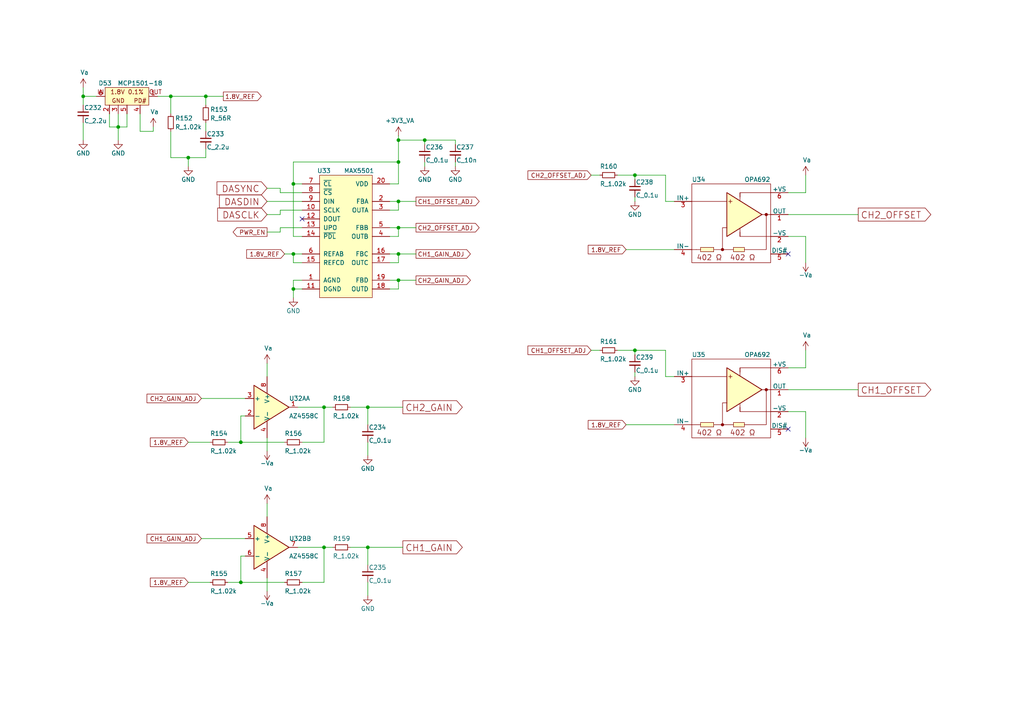
<source format=kicad_sch>
(kicad_sch (version 20250114) (generator "eeschema") (generator_version "9.0")
  (paper "A4")
  (title_block (rev "v2") (comment 1 "Copyright Dejan Priversek 2017"))
  (lib_symbols
    (symbol "GND_1" (power) (pin_names (offset 0))
      (property "Value" "GND" (at 0 -3.81 0))
      (symbol "GND_1_0_1"
        (polyline (pts (xy 0 0) (xy 0 -1.27) (xy 1.27 -1.27) (xy 0 -2.54) (xy -1.27 -1.27) (xy 0 -1.27)))
      )
      (symbol "GND_1_1_1"
        (pin power_in line (at 0 0 270) (length 0) (hide yes) (name "GND") (number "1"))
      )
    )
    (symbol "GND_10" (power) (pin_names (offset 0))
      (property "Value" "GND" (at 0 -3.81 0))
      (symbol "GND_10_0_1"
        (polyline (pts (xy 0 0) (xy 0 -1.27) (xy 1.27 -1.27) (xy 0 -2.54) (xy -1.27 -1.27) (xy 0 -1.27)))
      )
      (symbol "GND_10_1_1"
        (pin power_in line (at 0 0 270) (length 0) (hide yes) (name "GND") (number "1"))
      )
    )
    (symbol "GND_11" (power) (pin_names (offset 0))
      (property "Value" "GND" (at 0 -3.81 0))
      (symbol "GND_11_0_1"
        (polyline (pts (xy 0 0) (xy 0 -1.27) (xy 1.27 -1.27) (xy 0 -2.54) (xy -1.27 -1.27) (xy 0 -1.27)))
      )
      (symbol "GND_11_1_1"
        (pin power_in line (at 0 0 270) (length 0) (hide yes) (name "GND") (number "1"))
      )
    )
    (symbol "GND_12" (power) (pin_names (offset 0))
      (property "Value" "GND" (at 0 -3.81 0))
      (symbol "GND_12_0_1"
        (polyline (pts (xy 0 0) (xy 0 -1.27) (xy 1.27 -1.27) (xy 0 -2.54) (xy -1.27 -1.27) (xy 0 -1.27)))
      )
      (symbol "GND_12_1_1"
        (pin power_in line (at 0 0 270) (length 0) (hide yes) (name "GND") (number "1"))
      )
    )
    (symbol "GND_13" (power) (pin_names (offset 0))
      (property "Value" "GND" (at 0 -3.81 0))
      (symbol "GND_13_0_1"
        (polyline (pts (xy 0 0) (xy 0 -1.27) (xy 1.27 -1.27) (xy 0 -2.54) (xy -1.27 -1.27) (xy 0 -1.27)))
      )
      (symbol "GND_13_1_1"
        (pin power_in line (at 0 0 270) (length 0) (hide yes) (name "GND") (number "1"))
      )
    )
    (symbol "GND_14" (power) (pin_names (offset 0))
      (property "Value" "GND" (at 0 -3.81 0))
      (symbol "GND_14_0_1"
        (polyline (pts (xy 0 0) (xy 0 -1.27) (xy 1.27 -1.27) (xy 0 -2.54) (xy -1.27 -1.27) (xy 0 -1.27)))
      )
      (symbol "GND_14_1_1"
        (pin power_in line (at 0 0 270) (length 0) (hide yes) (name "GND") (number "1"))
      )
    )
    (symbol "GND_15" (power) (pin_names (offset 0))
      (property "Value" "GND" (at 0 -3.81 0))
      (symbol "GND_15_0_1"
        (polyline (pts (xy 0 0) (xy 0 -1.27) (xy 1.27 -1.27) (xy 0 -2.54) (xy -1.27 -1.27) (xy 0 -1.27)))
      )
      (symbol "GND_15_1_1"
        (pin power_in line (at 0 0 270) (length 0) (hide yes) (name "GND") (number "1"))
      )
    )
    (symbol "GND_16" (power) (pin_names (offset 0))
      (property "Value" "GND" (at 0 -3.81 0))
      (symbol "GND_16_0_1"
        (polyline (pts (xy 0 0) (xy 0 -1.27) (xy 1.27 -1.27) (xy 0 -2.54) (xy -1.27 -1.27) (xy 0 -1.27)))
      )
      (symbol "GND_16_1_1"
        (pin power_in line (at 0 0 270) (length 0) (hide yes) (name "GND") (number "1"))
      )
    )
    (symbol "GND_17" (power) (pin_names (offset 0))
      (property "Value" "GND" (at 0 -3.81 0))
      (symbol "GND_17_0_1"
        (polyline (pts (xy 0 0) (xy 0 -1.27) (xy 1.27 -1.27) (xy 0 -2.54) (xy -1.27 -1.27) (xy 0 -1.27)))
      )
      (symbol "GND_17_1_1"
        (pin power_in line (at 0 0 270) (length 0) (hide yes) (name "GND") (number "1"))
      )
    )
    (symbol "GND_18" (power) (pin_names (offset 0))
      (property "Value" "GND" (at 0 -3.81 0))
      (symbol "GND_18_0_1"
        (polyline (pts (xy 0 0) (xy 0 -1.27) (xy 1.27 -1.27) (xy 0 -2.54) (xy -1.27 -1.27) (xy 0 -1.27)))
      )
      (symbol "GND_18_1_1"
        (pin power_in line (at 0 0 270) (length 0) (hide yes) (name "GND") (number "1"))
      )
    )
    (symbol "GND_19" (power) (pin_names (offset 0))
      (property "Value" "GND" (at 0 -3.81 0))
      (symbol "GND_19_0_1"
        (polyline (pts (xy 0 0) (xy 0 -1.27) (xy 1.27 -1.27) (xy 0 -2.54) (xy -1.27 -1.27) (xy 0 -1.27)))
      )
      (symbol "GND_19_1_1"
        (pin power_in line (at 0 0 270) (length 0) (hide yes) (name "GND") (number "1"))
      )
    )
    (symbol "GND_2" (power) (pin_names (offset 0))
      (property "Value" "GND" (at 0 -3.81 0))
      (symbol "GND_2_0_1"
        (polyline (pts (xy 0 0) (xy 0 -1.27) (xy 1.27 -1.27) (xy 0 -2.54) (xy -1.27 -1.27) (xy 0 -1.27)))
      )
      (symbol "GND_2_1_1"
        (pin power_in line (at 0 0 270) (length 0) (hide yes) (name "GND") (number "1"))
      )
    )
    (symbol "GND_20" (power) (pin_names (offset 0))
      (property "Value" "GND" (at 0 -3.81 0))
      (symbol "GND_20_0_1"
        (polyline (pts (xy 0 0) (xy 0 -1.27) (xy 1.27 -1.27) (xy 0 -2.54) (xy -1.27 -1.27) (xy 0 -1.27)))
      )
      (symbol "GND_20_1_1"
        (pin power_in line (at 0 0 270) (length 0) (hide yes) (name "GND") (number "1"))
      )
    )
    (symbol "GND_3" (power) (pin_names (offset 0))
      (property "Value" "GND" (at 0 -3.81 0))
      (symbol "GND_3_0_1"
        (polyline (pts (xy 0 0) (xy 0 -1.27) (xy 1.27 -1.27) (xy 0 -2.54) (xy -1.27 -1.27) (xy 0 -1.27)))
      )
      (symbol "GND_3_1_1"
        (pin power_in line (at 0 0 270) (length 0) (hide yes) (name "GND") (number "1"))
      )
    )
    (symbol "GND_4" (power) (pin_names (offset 0))
      (property "Value" "GND" (at 0 -3.81 0))
      (symbol "GND_4_0_1"
        (polyline (pts (xy 0 0) (xy 0 -1.27) (xy 1.27 -1.27) (xy 0 -2.54) (xy -1.27 -1.27) (xy 0 -1.27)))
      )
      (symbol "GND_4_1_1"
        (pin power_in line (at 0 0 270) (length 0) (hide yes) (name "GND") (number "1"))
      )
    )
    (symbol "GND_5" (power) (pin_names (offset 0))
      (property "Value" "GND" (at 0 -3.81 0))
      (symbol "GND_5_0_1"
        (polyline (pts (xy 0 0) (xy 0 -1.27) (xy 1.27 -1.27) (xy 0 -2.54) (xy -1.27 -1.27) (xy 0 -1.27)))
      )
      (symbol "GND_5_1_1"
        (pin power_in line (at 0 0 270) (length 0) (hide yes) (name "GND") (number "1"))
      )
    )
    (symbol "GND_6" (power) (pin_names (offset 0))
      (property "Value" "GND" (at 0 -3.81 0))
      (symbol "GND_6_0_1"
        (polyline (pts (xy 0 0) (xy 0 -1.27) (xy 1.27 -1.27) (xy 0 -2.54) (xy -1.27 -1.27) (xy 0 -1.27)))
      )
      (symbol "GND_6_1_1"
        (pin power_in line (at 0 0 270) (length 0) (hide yes) (name "GND") (number "1"))
      )
    )
    (symbol "GND_7" (power) (pin_names (offset 0))
      (property "Value" "GND" (at 0 -3.81 0))
      (symbol "GND_7_0_1"
        (polyline (pts (xy 0 0) (xy 0 -1.27) (xy 1.27 -1.27) (xy 0 -2.54) (xy -1.27 -1.27) (xy 0 -1.27)))
      )
      (symbol "GND_7_1_1"
        (pin power_in line (at 0 0 270) (length 0) (hide yes) (name "GND") (number "1"))
      )
    )
    (symbol "GND_8" (power) (pin_names (offset 0))
      (property "Value" "GND" (at 0 -3.81 0))
      (symbol "GND_8_0_1"
        (polyline (pts (xy 0 0) (xy 0 -1.27) (xy 1.27 -1.27) (xy 0 -2.54) (xy -1.27 -1.27) (xy 0 -1.27)))
      )
      (symbol "GND_8_1_1"
        (pin power_in line (at 0 0 270) (length 0) (hide yes) (name "GND") (number "1"))
      )
    )
    (symbol "GND_9" (power) (pin_names (offset 0))
      (property "Value" "GND" (at 0 -3.81 0))
      (symbol "GND_9_0_1"
        (polyline (pts (xy 0 0) (xy 0 -1.27) (xy 1.27 -1.27) (xy 0 -2.54) (xy -1.27 -1.27) (xy 0 -1.27)))
      )
      (symbol "GND_9_1_1"
        (pin power_in line (at 0 0 270) (length 0) (hide yes) (name "GND") (number "1"))
      )
    )
    (symbol "ScopefunParts:+3.3V_VA" (power) (pin_names (offset 0))
      (property "Value" "+3.3V_VA" (at 0 3.556 0))
      (symbol "+3.3V_VA_0_1"
        (polyline (pts (xy -0.762 1.27) (xy 0 2.54)))
        (polyline (pts (xy 0 2.54) (xy 0.762 1.27)))
        (polyline (pts (xy 0 0) (xy 0 2.54)))
      )
      (symbol "+3.3V_VA_1_1"
        (pin power_in line (at 0 0 90) (length 0) (hide yes) (name "+3V3_VA") (number "1"))
      )
    )
    (symbol "ScopefunParts:+Va" (power) (pin_names (offset 0))
      (property "Value" "+Va" (at 0 3.556 0))
      (symbol "+Va_0_1"
        (polyline (pts (xy -0.762 1.27) (xy 0 2.54)))
        (polyline (pts (xy 0 2.54) (xy 0.762 1.27)))
        (polyline (pts (xy 0 0) (xy 0 2.54)))
      )
      (symbol "+Va_1_1"
        (pin power_in line (at 0 0 90) (length 0) (hide yes) (name "Va") (number "1"))
      )
    )
    (symbol "ScopefunParts:-Va" (power) (pin_names (offset 0))
      (property "Value" "-Va" (at 0 3.556 0))
      (symbol "-Va_0_1"
        (polyline (pts (xy -0.762 1.27) (xy 0 2.54)))
        (polyline (pts (xy 0 2.54) (xy 0.762 1.27)))
        (polyline (pts (xy 0 0) (xy 0 2.54)))
      )
      (symbol "-Va_1_1"
        (pin power_in line (at 0 0 90) (length 0) (hide yes) (name "-Va") (number "1"))
      )
    )
    (symbol "ScopefunParts:AZ4558C" (pin_names (offset 0.127))
      (property "Reference" "U" (at 5.08 2.54 0))
      (property "Value" "AZ4558C" (at 5.08 -2.54 0))
      (symbol "AZ4558C_0_1"
        (polyline (pts (xy 5.08 0) (xy -5.08 6.35) (xy -5.08 -6.35) (xy 5.08 0)) (stroke (width 0.254)) (fill (type background)))
        (pin power_in line (at -1.27 8.89 270) (length 4.826) (name "V+") (number "8"))
        (pin power_in line (at -1.27 -8.89 90) (length 4.826) (name "V-") (number "4"))
      )
      (symbol "AZ4558C_1_1"
        (pin input line (at -7.62 2.54 0) (length 2.54) (name "+") (number "3"))
        (pin input line (at -7.62 -2.54 0) (length 2.54) (name "-") (number "2"))
        (pin output line (at 7.62 0 180) (length 2.54) (name "~") (number "1"))
      )
      (symbol "AZ4558C_2_1"
        (pin input line (at -7.62 2.54 0) (length 2.54) (name "+") (number "5"))
        (pin input line (at -7.62 -2.54 0) (length 2.54) (name "-") (number "6"))
        (pin output line (at 7.62 0 180) (length 2.54) (name "~") (number "7"))
      )
    )
    (symbol "ScopefunParts:C_0.1u" (pin_numbers (hide yes)) (pin_names (offset 0.254) (hide yes))
      (property "Reference" "C" (at 0.254 1.778 0))
      (property "Value" "C_0.1u" (at 0.254 -2.032 0))
      (symbol "C_0.1u_0_1"
        (polyline (pts (xy -1.524 0.508) (xy 1.524 0.508)) (stroke (width 0.3048)))
        (polyline (pts (xy -1.524 -0.508) (xy 1.524 -0.508)) (stroke (width 0.3302)))
      )
      (symbol "C_0.1u_1_1"
        (pin passive line (at 0 2.54 270) (length 1.905) (name "~") (number "1"))
        (pin passive line (at 0 -2.54 90) (length 2.032) (name "~") (number "2"))
      )
    )
    (symbol "ScopefunParts:C_10n_0402" (pin_numbers (hide yes)) (pin_names (offset 0.254) (hide yes))
      (property "Reference" "C" (at 0.254 1.778 0))
      (property "Value" "C_10n_0402" (at 0.254 -2.032 0))
      (symbol "C_10n_0402_0_1"
        (polyline (pts (xy -1.524 0.508) (xy 1.524 0.508)) (stroke (width 0.3048)))
        (polyline (pts (xy -1.524 -0.508) (xy 1.524 -0.508)) (stroke (width 0.3302)))
      )
      (symbol "C_10n_0402_1_1"
        (pin passive line (at 0 2.54 270) (length 1.905) (name "~") (number "1"))
        (pin passive line (at 0 -2.54 90) (length 2.032) (name "~") (number "2"))
      )
    )
    (symbol "ScopefunParts:C_2.2u" (pin_numbers (hide yes)) (pin_names (offset 0.254) (hide yes))
      (property "Reference" "C" (at 0.254 1.778 0))
      (property "Value" "C_2.2u" (at 0.254 -2.032 0))
      (symbol "C_2.2u_0_1"
        (polyline (pts (xy -1.524 0.508) (xy 1.524 0.508)) (stroke (width 0.3048)))
        (polyline (pts (xy -1.524 -0.508) (xy 1.524 -0.508)) (stroke (width 0.3302)))
      )
      (symbol "C_2.2u_1_1"
        (pin passive line (at 0 2.54 270) (length 1.905) (name "~") (number "1"))
        (pin passive line (at 0 -2.54 90) (length 2.032) (name "~") (number "2"))
      )
    )
    (symbol "ScopefunParts:MAX5501" (pin_names (offset 1.016))
      (property "Reference" "U" (at -6.35 16.51 0))
      (property "Value" "MAX5501" (at 3.81 16.51 0))
      (symbol "MAX5501_0_1"
        (rectangle (start -7.62 -20.32) (end 7.62 15.24) (fill (type background)))
      )
      (symbol "MAX5501_1_1"
        (pin input line (at -12.7 12.7 0) (length 5.08) (name "~{CL}") (number "7"))
        (pin input line (at -12.7 10.16 0) (length 5.08) (name "~{CS}") (number "8"))
        (pin input line (at -12.7 7.62 0) (length 5.08) (name "DIN") (number "9"))
        (pin input line (at -12.7 5.08 0) (length 5.08) (name "SCLK") (number "10"))
        (pin output line (at -12.7 2.54 0) (length 5.08) (name "DOUT") (number "12"))
        (pin output line (at -12.7 0 0) (length 5.08) (name "UPO") (number "13"))
        (pin input line (at -12.7 -2.54 0) (length 5.08) (name "~{PDL}") (number "14"))
        (pin input line (at -12.7 -7.62 0) (length 5.08) (name "REFAB") (number "6"))
        (pin input line (at -12.7 -10.16 0) (length 5.08) (name "REFCD") (number "15"))
        (pin power_in line (at -12.7 -15.24 0) (length 5.08) (name "AGND") (number "1"))
        (pin power_in line (at -12.7 -17.78 0) (length 5.08) (name "DGND") (number "11"))
        (pin power_in line (at 12.7 12.7 180) (length 5.08) (name "VDD") (number "20"))
        (pin input line (at 12.7 7.62 180) (length 5.08) (name "FBA") (number "2"))
        (pin output line (at 12.7 5.08 180) (length 5.08) (name "OUTA") (number "3"))
        (pin input line (at 12.7 0 180) (length 5.08) (name "FBB") (number "5"))
        (pin output line (at 12.7 -2.54 180) (length 5.08) (name "OUTB") (number "4"))
        (pin input line (at 12.7 -7.62 180) (length 5.08) (name "FBC") (number "16"))
        (pin output line (at 12.7 -10.16 180) (length 5.08) (name "OUTC") (number "17"))
        (pin input line (at 12.7 -15.24 180) (length 5.08) (name "FBD") (number "19"))
        (pin output line (at 12.7 -17.78 180) (length 5.08) (name "OUTD") (number "18"))
      )
    )
    (symbol "ScopefunParts:MCP1501-18" (pin_names (offset 0) (hide yes))
      (property "Reference" "D" (at -6.35 3.81 0))
      (property "Value" "MCP1501-18" (at 3.81 3.81 0))
      (symbol "MCP1501-18_0_0"
        (text "IN" (at -7.62 1.27 0) (effects (font (size 1.27 1.27))))
        (text "GND" (at -2.54 -1.27 0) (effects (font (size 1.1938 1.1938))))
        (text "1.8V 0.1%" (at 0 1.27 0) (effects (font (size 1.27 1.27))))
        (text "PD#" (at 3.81 -1.27 0) (effects (font (size 1.1938 1.1938))))
        (text "OUT" (at 6.35 1.27 0) (effects (font (size 1.27 1.27)) (justify left)))
      )
      (symbol "MCP1501-18_0_1"
        (rectangle (start -6.35 2.54) (end 6.35 -2.54) (fill (type background)))
      )
      (symbol "MCP1501-18_1_1"
        (pin power_in line (at -8.89 0 0) (length 2.54) (name "VDD") (number "6"))
        (pin power_in line (at -5.08 -5.08 90) (length 2.54) (name "GND") (number "2"))
        (pin power_in line (at -2.54 -5.08 90) (length 2.54) (name "GND") (number "3"))
        (pin power_in line (at 0 -5.08 90) (length 2.54) (name "GND") (number "5"))
        (pin power_in line (at 3.81 -5.08 90) (length 2.54) (name "SHDN#") (number "4"))
        (pin output line (at 8.89 0 180) (length 2.54) (name "OUT") (number "1"))
      )
    )
    (symbol "ScopefunParts:OPA692" (pin_names (offset 0))
      (property "Reference" "U" (at -10.16 11.43 0))
      (property "Value" "OPA692" (at 5.08 11.43 0))
      (symbol "OPA692_0_0"
        (rectangle (start -7.62 -8.255) (end -3.81 -9.525) (fill (type background)))
        (circle (center -1.27 -8.89) (radius 0.381) (fill (type outline)))
        (polyline (pts (xy 0.508 5.08) (xy 1.524 5.08)))
        (polyline (pts (xy 1.016 5.588) (xy 1.016 4.572)))
        (rectangle (start 1.905 -8.255) (end 5.08 -9.525) (fill (type background)))
        (polyline (pts (xy 3.81 7.62) (xy 3.81 5.334)))
        (polyline (pts (xy 3.81 -2.667) (xy 3.81 -5.08)))
        (polyline (pts (xy 5.08 -8.89) (xy 11.43 -8.89) (xy 11.43 1.27) (xy 10.16 1.27) (xy 12.7 1.27)))
        (circle (center 11.43 1.27) (radius 0.381) (fill (type outline)))
        (rectangle (start 12.7 10.16) (end -10.16 -12.7))
        (polyline (pts (xy 12.7 7.62) (xy 3.81 7.62) (xy 3.81 6.35)))
        (polyline (pts (xy 12.7 -5.08) (xy 3.81 -5.08) (xy 3.81 -3.81)))
        (text "402 Ω" (at -5.08 -11.176 0) (effects (font (size 1.524 1.524))))
        (text "402 Ω" (at 4.572 -11.176 0) (effects (font (size 1.524 1.524))))
      )
      (symbol "OPA692_0_1"
        (polyline (pts (xy -8.89 -8.89) (xy -10.16 -8.89)))
        (polyline (pts (xy -7.62 -8.89) (xy -8.89 -8.89)))
        (polyline (pts (xy -1.27 -8.89) (xy -3.81 -8.89)))
        (polyline (pts (xy -1.27 -8.89) (xy 1.905 -8.89)))
        (polyline (pts (xy -1.27 -8.89) (xy -1.27 -2.54) (xy 0 -2.54)))
        (polyline (pts (xy 0 5.08) (xy -10.16 5.08)))
        (polyline (pts (xy 10.16 1.27) (xy 0 7.62) (xy 0 -5.08) (xy 10.16 1.27)) (stroke (width 0.254)) (fill (type background)))
      )
      (symbol "OPA692_1_1"
        (pin input line (at -15.24 5.08 0) (length 5.08) (name "IN+") (number "3"))
        (pin input line (at -15.24 -8.89 0) (length 5.08) (name "IN-") (number "4"))
        (pin power_in line (at 17.78 7.62 180) (length 5.08) (name "+VS") (number "6"))
        (pin output line (at 17.78 1.27 180) (length 5.08) (name "OUT") (number "1"))
        (pin power_in line (at 17.78 -5.08 180) (length 5.08) (name "-VS") (number "2"))
        (pin input line (at 17.78 -10.16 180) (length 5.08) (name "DIS#") (number "5"))
      )
    )
    (symbol "ScopefunParts:R_1.02k" (pin_numbers (hide yes)) (pin_names (offset 0.254) (hide yes))
      (property "Reference" "R" (at 1.27 1.27 0))
      (property "Value" "R_1.02k" (at 1.27 -1.27 0))
      (symbol "R_1.02k_0_1"
        (rectangle (start -0.762 1.778) (end 0.762 -1.778) (stroke (width 0.2032)))
      )
      (symbol "R_1.02k_1_1"
        (pin passive line (at 0 2.54 270) (length 0.762) (name "~") (number "1"))
        (pin passive line (at 0 -2.54 90) (length 0.762) (name "~") (number "2"))
      )
    )
    (symbol "ScopefunParts:R_56R" (pin_numbers (hide yes)) (pin_names (offset 0.254) (hide yes))
      (property "Reference" "R" (at 1.27 1.27 0))
      (property "Value" "R_56R" (at 1.27 -1.27 0))
      (symbol "R_56R_0_1"
        (rectangle (start -0.762 1.778) (end 0.762 -1.778) (stroke (width 0.2032)))
      )
      (symbol "R_56R_1_1"
        (pin passive line (at 0 2.54 270) (length 0.762) (name "~") (number "1"))
        (pin passive line (at 0 -2.54 90) (length 0.762) (name "~") (number "2"))
      )
    )
  )
  (junction (at 123.19 40.64))
  (junction (at 115.57 81.28))
  (junction (at 54.61 45.72))
  (junction (at 69.85 128.27))
  (junction (at 34.29 36.83))
  (junction (at 115.57 46.99))
  (junction (at 115.57 66.04))
  (junction (at 85.09 83.82))
  (junction (at 106.68 158.75))
  (junction (at 85.09 73.66))
  (junction (at 115.57 73.66))
  (junction (at 115.57 58.42))
  (junction (at 184.15 50.8))
  (junction (at 106.68 118.11))
  (junction (at 59.69 27.94))
  (junction (at 184.15 101.6))
  (junction (at 49.53 27.94))
  (junction (at 93.98 158.75))
  (junction (at 93.98 118.11))
  (junction (at 85.09 53.34))
  (junction (at 69.85 168.91))
  (junction (at 24.13 27.94))
  (junction (at 115.57 40.64))
  (no_connect (at 87.63 63.5))
  (no_connect (at 228.6 73.66))
  (no_connect (at 228.6 124.46))
  (wire (pts (xy 66.04 128.27) (xy 69.85 128.27)))
  (wire (pts (xy 71.12 115.57) (xy 58.42 115.57)))
  (wire (pts (xy 113.03 66.04) (xy 115.57 66.04)))
  (wire (pts (xy 77.47 146.05) (xy 77.47 149.86)))
  (wire (pts (xy 40.64 38.1) (xy 44.45 38.1)))
  (wire (pts (xy 113.03 81.28) (xy 115.57 81.28)))
  (wire (pts (xy 81.28 66.04) (xy 81.28 67.31)))
  (wire (pts (xy 228.6 113.03) (xy 248.92 113.03)))
  (wire (pts (xy 115.57 53.34) (xy 113.03 53.34)))
  (wire (pts (xy 54.61 168.91) (xy 60.96 168.91)))
  (wire (pts (xy 85.09 68.58) (xy 87.63 68.58)))
  (wire (pts (xy 115.57 73.66) (xy 120.65 73.66)))
  (wire (pts (xy 193.04 109.22) (xy 195.58 109.22)))
  (wire (pts (xy 69.85 128.27) (xy 82.55 128.27)))
  (wire (pts (xy 86.36 118.11) (xy 93.98 118.11)))
  (wire (pts (xy 179.07 101.6) (xy 184.15 101.6)))
  (wire (pts (xy 85.09 73.66) (xy 87.63 73.66)))
  (wire (pts (xy 77.47 171.45) (xy 77.47 167.64)))
  (wire (pts (xy 233.68 119.38) (xy 228.6 119.38)))
  (wire (pts (xy 115.57 66.04) (xy 120.65 66.04)))
  (wire (pts (xy 71.12 156.21) (xy 58.42 156.21)))
  (wire (pts (xy 132.08 40.64) (xy 132.08 41.91)))
  (wire (pts (xy 81.28 55.88) (xy 87.63 55.88)))
  (wire (pts (xy 77.47 105.41) (xy 77.47 109.22)))
  (wire (pts (xy 69.85 161.29) (xy 69.85 168.91)))
  (wire (pts (xy 40.64 33.02) (xy 40.64 38.1)))
  (wire (pts (xy 71.12 161.29) (xy 69.85 161.29)))
  (wire (pts (xy 184.15 101.6) (xy 184.15 102.87)))
  (wire (pts (xy 184.15 107.95) (xy 184.15 109.22)))
  (wire (pts (xy 71.12 120.65) (xy 69.85 120.65)))
  (wire (pts (xy 115.57 46.99) (xy 85.09 46.99)))
  (wire (pts (xy 193.04 101.6) (xy 193.04 109.22)))
  (wire (pts (xy 233.68 127) (xy 233.68 119.38)))
  (wire (pts (xy 24.13 25.4) (xy 24.13 27.94)))
  (wire (pts (xy 184.15 57.15) (xy 184.15 58.42)))
  (wire (pts (xy 24.13 27.94) (xy 24.13 30.48)))
  (wire (pts (xy 101.6 118.11) (xy 106.68 118.11)))
  (wire (pts (xy 233.68 76.2) (xy 233.68 68.58)))
  (wire (pts (xy 115.57 60.96) (xy 113.03 60.96)))
  (wire (pts (xy 115.57 39.37) (xy 115.57 40.64)))
  (wire (pts (xy 54.61 48.26) (xy 54.61 45.72)))
  (wire (pts (xy 179.07 50.8) (xy 184.15 50.8)))
  (wire (pts (xy 101.6 158.75) (xy 106.68 158.75)))
  (wire (pts (xy 77.47 58.42) (xy 87.63 58.42)))
  (wire (pts (xy 85.09 81.28) (xy 85.09 83.82)))
  (wire (pts (xy 66.04 168.91) (xy 69.85 168.91)))
  (wire (pts (xy 49.53 27.94) (xy 59.69 27.94)))
  (wire (pts (xy 44.45 38.1) (xy 44.45 36.83)))
  (wire (pts (xy 69.85 120.65) (xy 69.85 128.27)))
  (wire (pts (xy 82.55 73.66) (xy 85.09 73.66)))
  (wire (pts (xy 77.47 54.61) (xy 81.28 54.61)))
  (wire (pts (xy 81.28 54.61) (xy 81.28 55.88)))
  (wire (pts (xy 181.61 123.19) (xy 195.58 123.19)))
  (wire (pts (xy 93.98 128.27) (xy 93.98 118.11)))
  (wire (pts (xy 115.57 46.99) (xy 115.57 53.34)))
  (wire (pts (xy 123.19 46.99) (xy 123.19 48.26)))
  (wire (pts (xy 31.75 36.83) (xy 31.75 33.02)))
  (wire (pts (xy 81.28 62.23) (xy 77.47 62.23)))
  (wire (pts (xy 233.68 68.58) (xy 228.6 68.58)))
  (wire (pts (xy 34.29 33.02) (xy 34.29 36.83)))
  (wire (pts (xy 228.6 106.68) (xy 233.68 106.68)))
  (wire (pts (xy 115.57 76.2) (xy 113.03 76.2)))
  (wire (pts (xy 45.72 27.94) (xy 49.53 27.94)))
  (wire (pts (xy 93.98 118.11) (xy 96.52 118.11)))
  (wire (pts (xy 193.04 50.8) (xy 193.04 58.42)))
  (wire (pts (xy 49.53 33.02) (xy 49.53 27.94)))
  (wire (pts (xy 87.63 76.2) (xy 85.09 76.2)))
  (wire (pts (xy 54.61 128.27) (xy 60.96 128.27)))
  (wire (pts (xy 87.63 128.27) (xy 93.98 128.27)))
  (wire (pts (xy 184.15 50.8) (xy 193.04 50.8)))
  (wire (pts (xy 81.28 60.96) (xy 81.28 62.23)))
  (wire (pts (xy 115.57 81.28) (xy 120.65 81.28)))
  (wire (pts (xy 54.61 45.72) (xy 59.69 45.72)))
  (wire (pts (xy 85.09 76.2) (xy 85.09 73.66)))
  (wire (pts (xy 59.69 35.56) (xy 59.69 38.1)))
  (wire (pts (xy 106.68 168.91) (xy 106.68 172.72)))
  (wire (pts (xy 77.47 130.81) (xy 77.47 127)))
  (wire (pts (xy 113.03 73.66) (xy 115.57 73.66)))
  (wire (pts (xy 115.57 83.82) (xy 113.03 83.82)))
  (wire (pts (xy 49.53 45.72) (xy 54.61 45.72)))
  (wire (pts (xy 115.57 40.64) (xy 115.57 46.99)))
  (wire (pts (xy 123.19 40.64) (xy 132.08 40.64)))
  (wire (pts (xy 115.57 58.42) (xy 115.57 60.96)))
  (wire (pts (xy 248.92 62.23) (xy 228.6 62.23)))
  (wire (pts (xy 115.57 68.58) (xy 113.03 68.58)))
  (wire (pts (xy 233.68 55.88) (xy 233.68 50.8)))
  (wire (pts (xy 85.09 83.82) (xy 85.09 86.36)))
  (wire (pts (xy 69.85 168.91) (xy 82.55 168.91)))
  (wire (pts (xy 85.09 46.99) (xy 85.09 53.34)))
  (wire (pts (xy 86.36 158.75) (xy 93.98 158.75)))
  (wire (pts (xy 193.04 58.42) (xy 195.58 58.42)))
  (wire (pts (xy 93.98 158.75) (xy 96.52 158.75)))
  (wire (pts (xy 171.45 50.8) (xy 173.99 50.8)))
  (wire (pts (xy 87.63 83.82) (xy 85.09 83.82)))
  (wire (pts (xy 87.63 53.34) (xy 85.09 53.34)))
  (wire (pts (xy 87.63 168.91) (xy 93.98 168.91)))
  (wire (pts (xy 106.68 158.75) (xy 116.84 158.75)))
  (wire (pts (xy 59.69 30.48) (xy 59.69 27.94)))
  (wire (pts (xy 115.57 66.04) (xy 115.57 68.58)))
  (wire (pts (xy 115.57 40.64) (xy 123.19 40.64)))
  (wire (pts (xy 34.29 36.83) (xy 36.83 36.83)))
  (wire (pts (xy 87.63 66.04) (xy 81.28 66.04)))
  (wire (pts (xy 228.6 55.88) (xy 233.68 55.88)))
  (wire (pts (xy 171.45 101.6) (xy 173.99 101.6)))
  (wire (pts (xy 87.63 81.28) (xy 85.09 81.28)))
  (wire (pts (xy 81.28 60.96) (xy 87.63 60.96)))
  (wire (pts (xy 115.57 58.42) (xy 120.65 58.42)))
  (wire (pts (xy 59.69 27.94) (xy 64.77 27.94)))
  (wire (pts (xy 85.09 53.34) (xy 85.09 68.58)))
  (wire (pts (xy 106.68 118.11) (xy 106.68 123.19)))
  (wire (pts (xy 31.75 36.83) (xy 34.29 36.83)))
  (wire (pts (xy 233.68 106.68) (xy 233.68 101.6)))
  (wire (pts (xy 115.57 73.66) (xy 115.57 76.2)))
  (wire (pts (xy 106.68 128.27) (xy 106.68 132.08)))
  (wire (pts (xy 34.29 36.83) (xy 34.29 40.64)))
  (wire (pts (xy 59.69 45.72) (xy 59.69 43.18)))
  (wire (pts (xy 123.19 41.91) (xy 123.19 40.64)))
  (wire (pts (xy 132.08 46.99) (xy 132.08 48.26)))
  (wire (pts (xy 36.83 36.83) (xy 36.83 33.02)))
  (wire (pts (xy 184.15 50.8) (xy 184.15 52.07)))
  (wire (pts (xy 115.57 81.28) (xy 115.57 83.82)))
  (wire (pts (xy 106.68 118.11) (xy 116.84 118.11)))
  (wire (pts (xy 24.13 40.64) (xy 24.13 35.56)))
  (wire (pts (xy 106.68 158.75) (xy 106.68 163.83)))
  (wire (pts (xy 49.53 38.1) (xy 49.53 45.72)))
  (wire (pts (xy 113.03 58.42) (xy 115.57 58.42)))
  (wire (pts (xy 93.98 168.91) (xy 93.98 158.75)))
  (wire (pts (xy 24.13 27.94) (xy 27.94 27.94)))
  (wire (pts (xy 184.15 101.6) (xy 193.04 101.6)))
  (wire (pts (xy 181.61 72.39) (xy 195.58 72.39)))
  (wire (pts (xy 81.28 67.31) (xy 77.47 67.31)))
  (global_label "1.8V_REF" (shape input) (at 181.61 72.39 180) (property "Intersheetrefs" "${INTERSHEET_REFS}" (effects (hide yes))))
  (global_label "1.8V_REF" (shape input) (at 181.61 123.19 180) (property "Intersheetrefs" "${INTERSHEET_REFS}" (effects (hide yes))))
  (global_label "DASCLK" (shape input) (at 77.47 62.23 180) (effects (font (size 1.905 1.905))) (property "Intersheetrefs" "${INTERSHEET_REFS}" (effects (hide yes))))
  (global_label "CH1_GAIN_ADJ" (shape output) (at 120.65 73.66 0) (property "Intersheetrefs" "${INTERSHEET_REFS}" (effects (hide yes))))
  (global_label "CH1_OFFSET_ADJ" (shape output) (at 120.65 58.42 0) (property "Intersheetrefs" "${INTERSHEET_REFS}" (effects (hide yes))))
  (global_label "CH1_OFFSET_ADJ" (shape input) (at 171.45 101.6 180) (property "Intersheetrefs" "${INTERSHEET_REFS}" (effects (hide yes))))
  (global_label "CH1_GAIN_ADJ" (shape input) (at 58.42 156.21 180) (property "Intersheetrefs" "${INTERSHEET_REFS}" (effects (hide yes))))
  (global_label "1.8V_REF" (shape input) (at 54.61 168.91 180) (property "Intersheetrefs" "${INTERSHEET_REFS}" (effects (hide yes))))
  (global_label "CH2_OFFSET" (shape output) (at 248.92 62.23 0) (effects (font (size 1.905 1.905))) (property "Intersheetrefs" "${INTERSHEET_REFS}" (effects (hide yes))))
  (global_label "PWR_EN" (shape output) (at 77.47 67.31 180) (property "Intersheetrefs" "${INTERSHEET_REFS}" (effects (hide yes))))
  (global_label "1.8V_REF" (shape input) (at 54.61 128.27 180) (property "Intersheetrefs" "${INTERSHEET_REFS}" (effects (hide yes))))
  (global_label "CH1_GAIN" (shape output) (at 116.84 158.75 0) (effects (font (size 1.905 1.905))) (property "Intersheetrefs" "${INTERSHEET_REFS}" (effects (hide yes))))
  (global_label "CH1_OFFSET" (shape output) (at 248.92 113.03 0) (effects (font (size 1.905 1.905))) (property "Intersheetrefs" "${INTERSHEET_REFS}" (effects (hide yes))))
  (global_label "CH2_OFFSET_ADJ" (shape output) (at 120.65 66.04 0) (property "Intersheetrefs" "${INTERSHEET_REFS}" (effects (hide yes))))
  (global_label "DASYNC" (shape input) (at 77.47 54.61 180) (effects (font (size 1.905 1.905))) (property "Intersheetrefs" "${INTERSHEET_REFS}" (effects (hide yes))))
  (global_label "CH2_GAIN_ADJ" (shape output) (at 120.65 81.28 0) (property "Intersheetrefs" "${INTERSHEET_REFS}" (effects (hide yes))))
  (global_label "1.8V_REF" (shape input) (at 82.55 73.66 180) (property "Intersheetrefs" "${INTERSHEET_REFS}" (effects (hide yes))))
  (global_label "CH2_GAIN_ADJ" (shape input) (at 58.42 115.57 180) (property "Intersheetrefs" "${INTERSHEET_REFS}" (effects (hide yes))))
  (global_label "CH2_OFFSET_ADJ" (shape input) (at 171.45 50.8 180) (property "Intersheetrefs" "${INTERSHEET_REFS}" (effects (hide yes))))
  (global_label "DASDIN" (shape input) (at 77.47 58.42 180) (effects (font (size 1.905 1.905))) (property "Intersheetrefs" "${INTERSHEET_REFS}" (effects (hide yes))))
  (global_label "CH2_GAIN" (shape output) (at 116.84 118.11 0) (effects (font (size 1.905 1.905))) (property "Intersheetrefs" "${INTERSHEET_REFS}" (effects (hide yes))))
  (global_label "1.8V_REF" (shape output) (at 64.77 27.94 0) (property "Intersheetrefs" "${INTERSHEET_REFS}" (effects (hide yes))))
  (symbol (lib_id "ScopefunParts:MAX5501") (at 100.33 66.04 0) (unit 1)
    (property "Reference" "U33" (at 93.98 49.53 0))
    (property "Value" "MAX5501" (at 104.14 49.53 0))
    (property "Footprint" "ScopefunPackagesLibrary:SSOP20" (effects (hide yes)))
    (property "Datasheet" "https://datasheets.maximintegrated.com/en/ds/MAX5500-MAX5501.pdf" (effects (hide yes)))
    (property "Description" "Low-Power, Quad, 12-Bit Voltage-Output DACs with Serial Interface, 3.3V supply" (effects (hide yes)))
    (property "MFG Part#" "MAX5501BGAP+" (effects (hide yes)))
  )
  (symbol (lib_name "GND_17") (lib_id "Scopefun_v2-rescue:GND") (at 85.09 86.36 0) (unit 1)
    (property "Reference" "#PWR0366" (effects (hide yes)))
    (property "Value" "GND" (at 85.09 90.17 0))
  )
  (symbol (lib_id "ScopefunParts:C_0.1u") (at 106.68 125.73 0) (unit 1)
    (property "Reference" "C234" (at 106.934 123.952 0) (effects (justify left)))
    (property "Value" "C_0.1u" (at 106.934 127.762 0) (effects (justify left)))
    (property "Footprint" "ScopefunPackagesLibrary:C_0603" (effects (hide yes)))
    (property "MFG Part#" "C0603C104K4RACTU" (effects (hide yes)))
    (property "Description" "MLCC - SMD/SMT 0603 16V X7R 10%" (effects (hide yes)))
  )
  (symbol (lib_name "GND_12") (lib_id "Scopefun_v2-rescue:GND") (at 106.68 132.08 0) (unit 1)
    (property "Reference" "#PWR0367" (effects (hide yes)))
    (property "Value" "GND" (at 106.68 135.89 0))
  )
  (symbol (lib_id "ScopefunParts:C_0.1u") (at 106.68 166.37 0) (unit 1)
    (property "Reference" "C235" (at 106.934 164.592 0) (effects (justify left)))
    (property "Value" "C_0.1u" (at 106.934 168.402 0) (effects (justify left)))
    (property "Footprint" "ScopefunPackagesLibrary:C_0603" (effects (hide yes)))
    (property "MFG Part#" "C0603C104K4RACTU" (effects (hide yes)))
    (property "Description" "MLCC - SMD/SMT 0603 16V X7R 10%" (effects (hide yes)))
  )
  (symbol (lib_name "GND_11") (lib_id "Scopefun_v2-rescue:GND") (at 106.68 172.72 0) (unit 1)
    (property "Reference" "#PWR0368" (effects (hide yes)))
    (property "Value" "GND" (at 106.68 176.53 0))
  )
  (symbol (lib_id "ScopefunParts:R_1.02k") (at 99.06 118.11 270) (unit 1)
    (property "Reference" "R158" (at 96.52 115.57 90) (effects (justify left)))
    (property "Value" "R_1.02k" (at 96.52 120.65 90) (effects (justify left)))
    (property "Footprint" "ScopefunPackagesLibrary:R_0603" (effects (hide yes)))
    (property "Datasheet" "http://industrial.panasonic.com/cdbs/www-data/pdf/AOA0000/AOA0000CE2.pdf" (effects (hide yes)))
    (property "MFG Part#" "ERJ-3EKF1021V" (effects (hide yes)))
    (property "Description" "RES SMD 1% 1/10W 0603" (effects (hide yes)))
  )
  (symbol (lib_id "ScopefunParts:R_1.02k") (at 99.06 158.75 270) (unit 1)
    (property "Reference" "R159" (at 96.52 156.21 90) (effects (justify left)))
    (property "Value" "R_1.02k" (at 96.52 161.29 90) (effects (justify left)))
    (property "Footprint" "ScopefunPackagesLibrary:R_0603" (effects (hide yes)))
    (property "Datasheet" "http://industrial.panasonic.com/cdbs/www-data/pdf/AOA0000/AOA0000CE2.pdf" (effects (hide yes)))
    (property "MFG Part#" "ERJ-3EKF1021V" (effects (hide yes)))
    (property "Description" "RES SMD 1% 1/10W 0603" (effects (hide yes)))
  )
  (symbol (lib_id "ScopefunParts:C_0.1u") (at 123.19 44.45 0) (unit 1)
    (property "Reference" "C236" (at 123.444 42.672 0) (effects (justify left)))
    (property "Value" "C_0.1u" (at 123.444 46.482 0) (effects (justify left)))
    (property "Footprint" "ScopefunPackagesLibrary:C_0603" (effects (hide yes)))
    (property "MFG Part#" "C0603C104K4RACTU" (effects (hide yes)))
    (property "Description" "MLCC - SMD/SMT 0603 16V X7R 10%" (effects (hide yes)))
  )
  (symbol (lib_name "GND_15") (lib_id "Scopefun_v2-rescue:GND") (at 123.19 48.26 0) (unit 1)
    (property "Reference" "#PWR0369" (effects (hide yes)))
    (property "Value" "GND" (at 123.19 52.07 0))
  )
  (symbol (lib_id "ScopefunParts:+Va") (at 233.68 50.8 0) (unit 1)
    (property "Reference" "#PWR0370" (effects (hide yes)))
    (property "Value" "Va" (at 234.061 46.4058 0))
  )
  (symbol (lib_id "ScopefunParts:+Va") (at 77.47 105.41 0) (unit 1)
    (property "Reference" "#PWR0371" (effects (hide yes)))
    (property "Value" "Va" (at 77.851 101.0158 0))
  )
  (symbol (lib_id "ScopefunParts:+Va") (at 24.13 25.4 0) (unit 1)
    (property "Reference" "#PWR0372" (effects (hide yes)))
    (property "Value" "Va" (at 24.511 21.0058 0))
  )
  (symbol (lib_id "ScopefunParts:C_0.1u") (at 184.15 54.61 0) (unit 1)
    (property "Reference" "C238" (at 184.404 52.832 0) (effects (justify left)))
    (property "Value" "C_0.1u" (at 184.404 56.642 0) (effects (justify left)))
    (property "Footprint" "ScopefunPackagesLibrary:C_0603" (effects (hide yes)))
    (property "MFG Part#" "C0603C104K4RACTU" (effects (hide yes)))
    (property "Description" "MLCC - SMD/SMT 0603 16V X7R 10%" (effects (hide yes)))
  )
  (symbol (lib_name "GND_14") (lib_id "Scopefun_v2-rescue:GND") (at 184.15 58.42 0) (unit 1)
    (property "Reference" "#PWR0373" (effects (hide yes)))
    (property "Value" "GND" (at 184.15 62.23 0))
  )
  (symbol (lib_id "ScopefunParts:R_1.02k") (at 176.53 50.8 270) (unit 1)
    (property "Reference" "R160" (at 173.99 48.26 90) (effects (justify left)))
    (property "Value" "R_1.02k" (at 173.99 53.34 90) (effects (justify left)))
    (property "Footprint" "ScopefunPackagesLibrary:R_0603" (effects (hide yes)))
    (property "Datasheet" "http://industrial.panasonic.com/cdbs/www-data/pdf/AOA0000/AOA0000CE2.pdf" (effects (hide yes)))
    (property "MFG Part#" "ERJ-3EKF1021V" (effects (hide yes)))
    (property "Description" "RES SMD 1% 1/10W 0603" (effects (hide yes)))
  )
  (symbol (lib_id "ScopefunParts:C_0.1u") (at 184.15 105.41 0) (unit 1)
    (property "Reference" "C239" (at 184.404 103.632 0) (effects (justify left)))
    (property "Value" "C_0.1u" (at 184.404 107.442 0) (effects (justify left)))
    (property "Footprint" "ScopefunPackagesLibrary:C_0603" (effects (hide yes)))
    (property "MFG Part#" "C0603C104K4RACTU" (effects (hide yes)))
    (property "Description" "MLCC - SMD/SMT 0603 16V X7R 10%" (effects (hide yes)))
  )
  (symbol (lib_name "GND_13") (lib_id "Scopefun_v2-rescue:GND") (at 184.15 109.22 0) (unit 1)
    (property "Reference" "#PWR0374" (effects (hide yes)))
    (property "Value" "GND" (at 184.15 113.03 0))
  )
  (symbol (lib_id "ScopefunParts:R_1.02k") (at 176.53 101.6 270) (unit 1)
    (property "Reference" "R161" (at 173.99 99.06 90) (effects (justify left)))
    (property "Value" "R_1.02k" (at 173.99 104.14 90) (effects (justify left)))
    (property "Footprint" "ScopefunPackagesLibrary:R_0603" (effects (hide yes)))
    (property "Datasheet" "http://industrial.panasonic.com/cdbs/www-data/pdf/AOA0000/AOA0000CE2.pdf" (effects (hide yes)))
    (property "MFG Part#" "ERJ-3EKF1021V" (effects (hide yes)))
    (property "Description" "RES SMD 1% 1/10W 0603" (effects (hide yes)))
  )
  (symbol (lib_id "ScopefunParts:+3.3V_VA") (at 115.57 39.37 0) (unit 1)
    (property "Reference" "#PWR0375" (effects (hide yes)))
    (property "Value" "+3V3_VA" (at 115.951 34.9758 0))
  )
  (symbol (lib_id "ScopefunParts:+Va") (at 44.45 36.83 0) (unit 1)
    (property "Reference" "#PWR0379" (effects (hide yes)))
    (property "Value" "Va" (at 44.831 32.4358 0))
  )
  (symbol (lib_id "ScopefunParts:C_2.2u") (at 24.13 33.02 0) (unit 1)
    (property "Reference" "C232" (at 24.384 31.242 0) (effects (justify left)))
    (property "Value" "C_2.2u" (at 24.384 35.052 0) (effects (justify left)))
    (property "Footprint" "ScopefunPackagesLibrary:C_0603" (effects (hide yes)))
    (property "MFG Part#" "CC0603MRX5R5BB225" (effects (hide yes)))
    (property "Description" "MLCC - SMD/SMT 0603 6.3V X5R 20%" (effects (hide yes)))
  )
  (symbol (lib_name "GND_18") (lib_id "Scopefun_v2-rescue:GND") (at 34.29 40.64 0) (unit 1)
    (property "Reference" "#PWR0380" (effects (hide yes)))
    (property "Value" "GND" (at 34.29 44.45 0))
  )
  (symbol (lib_name "GND_19") (lib_id "Scopefun_v2-rescue:GND") (at 24.13 40.64 0) (unit 1)
    (property "Reference" "#PWR0381" (effects (hide yes)))
    (property "Value" "GND" (at 24.13 44.45 0))
  )
  (symbol (lib_id "ScopefunParts:R_1.02k") (at 49.53 35.56 0) (unit 1)
    (property "Reference" "R152" (at 50.8 34.29 0) (effects (justify left)))
    (property "Value" "R_1.02k" (at 50.8 36.83 0) (effects (justify left)))
    (property "Footprint" "ScopefunPackagesLibrary:R_0603" (effects (hide yes)))
    (property "Datasheet" "http://industrial.panasonic.com/cdbs/www-data/pdf/AOA0000/AOA0000CE2.pdf" (effects (hide yes)))
    (property "MFG Part#" "ERJ-3EKF1021V" (effects (hide yes)))
    (property "Description" "RES SMD 1% 1/10W 0603" (effects (hide yes)))
  )
  (symbol (lib_name "GND_20") (lib_id "Scopefun_v2-rescue:GND") (at 54.61 48.26 0) (unit 1)
    (property "Reference" "#PWR0382" (effects (hide yes)))
    (property "Value" "GND" (at 54.61 52.07 0))
  )
  (symbol (lib_id "ScopefunParts:OPA692") (at 210.82 63.5 0) (unit 1)
    (property "Reference" "U34" (at 200.66 52.07 0) (effects (justify left)))
    (property "Value" "OPA692" (at 215.9 52.07 0) (effects (justify left)))
    (property "Footprint" "ScopefunPackagesLibrary:SOT23-6" (effects (hide yes)))
    (property "Datasheet" "http://www.ti.com/lit/ds/symlink/opa692.pdf" (effects (hide yes)))
    (property "MFG Part#" "OPA692IDBVT" (effects (hide yes)))
    (property "Description" "Wideband,  Fixed  Gain Video BUFFER AMPLIFIER With Disable" (effects (hide yes)))
  )
  (symbol (lib_id "ScopefunParts:R_56R") (at 59.69 33.02 0) (unit 1)
    (property "Reference" "R153" (at 60.96 31.75 0) (effects (justify left)))
    (property "Value" "R_56R" (at 60.96 34.29 0) (effects (justify left)))
    (property "Footprint" "ScopefunPackagesLibrary:R_0603" (effects (hide yes)))
    (property "Datasheet" "http://industrial.panasonic.com/cdbs/www-data/pdf/AOA0000/AOA0000CE2.pdf" (effects (hide yes)))
    (property "MFG Part#" "ERJ-3EKF56R0V" (effects (hide yes)))
    (property "Description" "RES SMD 1% 1/10W 0603" (effects (hide yes)))
  )
  (symbol (lib_id "ScopefunParts:C_2.2u") (at 59.69 40.64 0) (unit 1)
    (property "Reference" "C233" (at 59.944 38.862 0) (effects (justify left)))
    (property "Value" "C_2.2u" (at 59.944 42.672 0) (effects (justify left)))
    (property "Footprint" "ScopefunPackagesLibrary:C_0603" (effects (hide yes)))
    (property "MFG Part#" "CC0603MRX5R5BB225" (effects (hide yes)))
    (property "Description" "MLCC - SMD/SMT 0603 6.3V X5R 20%" (effects (hide yes)))
  )
  (symbol (lib_id "ScopefunParts:OPA692") (at 210.82 114.3 0) (unit 1)
    (property "Reference" "U35" (at 200.66 102.87 0) (effects (justify left)))
    (property "Value" "OPA692" (at 215.9 102.87 0) (effects (justify left)))
    (property "Footprint" "ScopefunPackagesLibrary:SOT23-6" (effects (hide yes)))
    (property "Datasheet" "http://www.ti.com/lit/ds/symlink/opa692.pdf" (effects (hide yes)))
    (property "MFG Part#" "OPA692IDBVT" (effects (hide yes)))
    (property "Description" "Wideband,  Fixed  Gain Video BUFFER AMPLIFIER With Disable" (effects (hide yes)))
  )
  (symbol (lib_id "ScopefunParts:+Va") (at 233.68 101.6 0) (unit 1)
    (property "Reference" "#PWR0376" (effects (hide yes)))
    (property "Value" "Va" (at 234.061 97.2058 0))
  )
  (symbol (lib_id "ScopefunParts:-Va") (at 233.68 127 180) (unit 1)
    (property "Reference" "#PWR0377" (effects (hide yes)))
    (property "Value" "-Va" (at 233.68 130.556 0))
  )
  (symbol (lib_id "ScopefunParts:-Va") (at 233.68 76.2 180) (unit 1)
    (property "Reference" "#PWR0378" (effects (hide yes)))
    (property "Value" "-Va" (at 233.68 79.756 0))
  )
  (symbol (lib_id "ScopefunParts:MCP1501-18") (at 36.83 27.94 0) (unit 1)
    (property "Reference" "D53" (at 30.48 24.13 0))
    (property "Value" "MCP1501-18" (at 40.64 24.13 0))
    (property "Footprint" "ScopefunPackagesLibrary:SOT23-6" (effects (hide yes)))
    (property "Datasheet" "http://ww1.microchip.com/downloads/en/DeviceDoc/20005474D.pdf" (effects (hide yes)))
    (property "Description" "1.8V High-Precision Buffered Voltage Reference SOT23-6" (effects (hide yes)))
    (property "MFG Part#" "MCP1501T-18E/CHY" (effects (hide yes)))
  )
  (symbol (lib_id "ScopefunParts:C_10n_0402") (at 132.08 44.45 0) (unit 1)
    (property "Reference" "C237" (at 132.334 42.672 0) (effects (justify left)))
    (property "Value" "C_10n" (at 132.334 46.482 0) (effects (justify left)))
    (property "Footprint" "ScopefunPackagesLibrary:C_0402" (effects (hide yes)))
    (property "MFG Part#" "885012205012" (effects (hide yes)))
    (property "Description" "MLCC - SMD/SMT 0402 10V X7R 10%" (effects (hide yes)))
  )
  (symbol (lib_name "GND_16") (lib_id "Scopefun_v2-rescue:GND") (at 132.08 48.26 0) (unit 1)
    (property "Reference" "#PWR0383" (effects (hide yes)))
    (property "Value" "GND" (at 132.08 52.07 0))
  )
  (symbol (lib_id "ScopefunParts:-Va") (at 77.47 130.81 180) (unit 1)
    (property "Reference" "#PWR0384" (effects (hide yes)))
    (property "Value" "-Va" (at 77.47 134.366 0))
  )
  (symbol (lib_id "ScopefunParts:AZ4558C") (at 78.74 158.75 0) (unit 2)
    (property "Reference" "U32B" (at 83.82 156.21 0) (effects (justify left)))
    (property "Value" "AZ4558C" (at 83.82 161.29 0) (effects (justify left)))
    (property "Footprint" "ScopefunPackagesLibrary:SOIC8" (effects (hide yes)))
    (property "Datasheet" "https://www.diodes.com/assets/Datasheets/AZ4558C.pdf" (effects (hide yes)))
    (property "MFG Part#" "AZ4558CMTR-E1" (effects (hide yes)))
    (property "Description" "DUAL BIPOLAR OPERATIONAL AMPLIFIERS 5.5MHz 5.5MHz" (effects (hide yes)))
  )
  (symbol (lib_id "ScopefunParts:+Va") (at 77.47 146.05 0) (unit 1)
    (property "Reference" "#PWR0385" (effects (hide yes)))
    (property "Value" "Va" (at 77.851 141.6558 0))
  )
  (symbol (lib_id "ScopefunParts:-Va") (at 77.47 171.45 180) (unit 1)
    (property "Reference" "#PWR0386" (effects (hide yes)))
    (property "Value" "-Va" (at 77.47 175.006 0))
  )
  (symbol (lib_id "ScopefunParts:R_1.02k") (at 85.09 168.91 270) (unit 1)
    (property "Reference" "R157" (at 82.55 166.37 90) (effects (justify left)))
    (property "Value" "R_1.02k" (at 82.55 171.45 90) (effects (justify left)))
    (property "Footprint" "ScopefunPackagesLibrary:R_0603" (effects (hide yes)))
    (property "Datasheet" "http://industrial.panasonic.com/cdbs/www-data/pdf/AOA0000/AOA0000CE2.pdf" (effects (hide yes)))
    (property "MFG Part#" "ERJ-3EKF1021V" (effects (hide yes)))
    (property "Description" "RES SMD 1% 1/10W 0603" (effects (hide yes)))
  )
  (symbol (lib_id "ScopefunParts:R_1.02k") (at 63.5 168.91 270) (unit 1)
    (property "Reference" "R155" (at 60.96 166.37 90) (effects (justify left)))
    (property "Value" "R_1.02k" (at 60.96 171.45 90) (effects (justify left)))
    (property "Footprint" "ScopefunPackagesLibrary:R_0603" (effects (hide yes)))
    (property "Datasheet" "http://industrial.panasonic.com/cdbs/www-data/pdf/AOA0000/AOA0000CE2.pdf" (effects (hide yes)))
    (property "MFG Part#" "ERJ-3EKF1021V" (effects (hide yes)))
    (property "Description" "RES SMD 1% 1/10W 0603" (effects (hide yes)))
  )
  (symbol (lib_id "ScopefunParts:AZ4558C") (at 78.74 118.11 0) (unit 1)
    (property "Reference" "U32A" (at 83.82 115.57 0) (effects (justify left)))
    (property "Value" "AZ4558C" (at 83.82 120.65 0) (effects (justify left)))
    (property "Footprint" "ScopefunPackagesLibrary:SOIC8" (effects (hide yes)))
    (property "Datasheet" "https://www.diodes.com/assets/Datasheets/AZ4558C.pdf" (effects (hide yes)))
    (property "MFG Part#" "AZ4558CMTR-E1" (effects (hide yes)))
    (property "Description" "DUAL BIPOLAR OPERATIONAL AMPLIFIERS 5.5MHz 5.5MHz" (effects (hide yes)))
  )
  (symbol (lib_id "ScopefunParts:R_1.02k") (at 85.09 128.27 270) (unit 1)
    (property "Reference" "R156" (at 82.55 125.73 90) (effects (justify left)))
    (property "Value" "R_1.02k" (at 82.55 130.81 90) (effects (justify left)))
    (property "Footprint" "ScopefunPackagesLibrary:R_0603" (effects (hide yes)))
    (property "Datasheet" "http://industrial.panasonic.com/cdbs/www-data/pdf/AOA0000/AOA0000CE2.pdf" (effects (hide yes)))
    (property "MFG Part#" "ERJ-3EKF1021V" (effects (hide yes)))
    (property "Description" "RES SMD 1% 1/10W 0603" (effects (hide yes)))
  )
  (symbol (lib_id "ScopefunParts:R_1.02k") (at 63.5 128.27 270) (unit 1)
    (property "Reference" "R154" (at 60.96 125.73 90) (effects (justify left)))
    (property "Value" "R_1.02k" (at 60.96 130.81 90) (effects (justify left)))
    (property "Footprint" "ScopefunPackagesLibrary:R_0603" (effects (hide yes)))
    (property "Datasheet" "http://industrial.panasonic.com/cdbs/www-data/pdf/AOA0000/AOA0000CE2.pdf" (effects (hide yes)))
    (property "MFG Part#" "ERJ-3EKF1021V" (effects (hide yes)))
    (property "Description" "RES SMD 1% 1/10W 0603" (effects (hide yes)))
  )
)
</source>
